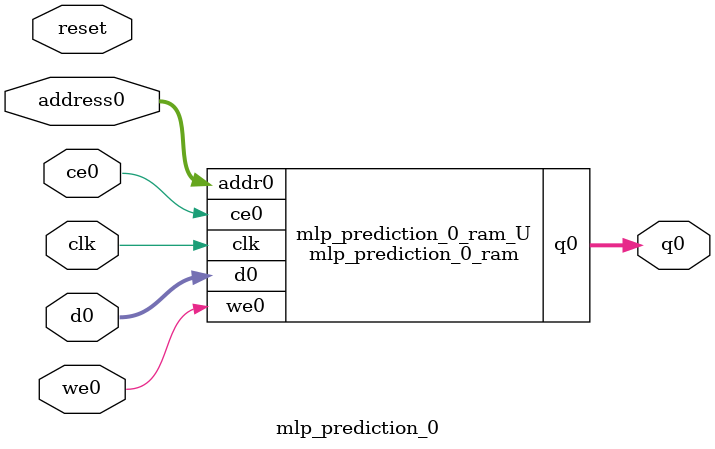
<source format=v>
`timescale 1 ns / 1 ps
module mlp_prediction_0_ram (addr0, ce0, d0, we0, q0,  clk);

parameter DWIDTH = 16;
parameter AWIDTH = 3;
parameter MEM_SIZE = 5;

input[AWIDTH-1:0] addr0;
input ce0;
input[DWIDTH-1:0] d0;
input we0;
output reg[DWIDTH-1:0] q0;
input clk;

(* ram_style = "distributed" *)reg [DWIDTH-1:0] ram[0:MEM_SIZE-1];




always @(posedge clk)  
begin 
    if (ce0) begin
        if (we0) 
            ram[addr0] <= d0; 
        q0 <= ram[addr0];
    end
end


endmodule

`timescale 1 ns / 1 ps
module mlp_prediction_0(
    reset,
    clk,
    address0,
    ce0,
    we0,
    d0,
    q0);

parameter DataWidth = 32'd16;
parameter AddressRange = 32'd5;
parameter AddressWidth = 32'd3;
input reset;
input clk;
input[AddressWidth - 1:0] address0;
input ce0;
input we0;
input[DataWidth - 1:0] d0;
output[DataWidth - 1:0] q0;



mlp_prediction_0_ram mlp_prediction_0_ram_U(
    .clk( clk ),
    .addr0( address0 ),
    .ce0( ce0 ),
    .we0( we0 ),
    .d0( d0 ),
    .q0( q0 ));

endmodule


</source>
